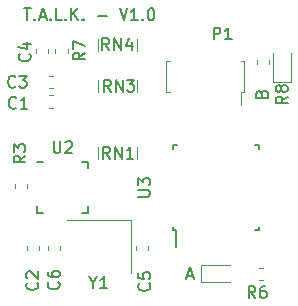
<source format=gto>
G04 #@! TF.GenerationSoftware,KiCad,Pcbnew,(5.1.2)-1*
G04 #@! TF.CreationDate,2019-11-08T13:50:46+05:30*
G04 #@! TF.ProjectId,TALK,54414c4b-2e6b-4696-9361-645f70636258,rev?*
G04 #@! TF.SameCoordinates,Original*
G04 #@! TF.FileFunction,Legend,Top*
G04 #@! TF.FilePolarity,Positive*
%FSLAX46Y46*%
G04 Gerber Fmt 4.6, Leading zero omitted, Abs format (unit mm)*
G04 Created by KiCad (PCBNEW (5.1.2)-1) date 2019-11-08 13:50:46*
%MOMM*%
%LPD*%
G04 APERTURE LIST*
%ADD10C,0.150000*%
%ADD11C,0.120000*%
G04 APERTURE END LIST*
D10*
X140802571Y-84323380D02*
X141374000Y-84323380D01*
X141088285Y-85323380D02*
X141088285Y-84323380D01*
X141707333Y-85228142D02*
X141754952Y-85275761D01*
X141707333Y-85323380D01*
X141659714Y-85275761D01*
X141707333Y-85228142D01*
X141707333Y-85323380D01*
X142135904Y-85037666D02*
X142612095Y-85037666D01*
X142040666Y-85323380D02*
X142374000Y-84323380D01*
X142707333Y-85323380D01*
X143040666Y-85228142D02*
X143088285Y-85275761D01*
X143040666Y-85323380D01*
X142993047Y-85275761D01*
X143040666Y-85228142D01*
X143040666Y-85323380D01*
X143993047Y-85323380D02*
X143516857Y-85323380D01*
X143516857Y-84323380D01*
X144326380Y-85228142D02*
X144374000Y-85275761D01*
X144326380Y-85323380D01*
X144278761Y-85275761D01*
X144326380Y-85228142D01*
X144326380Y-85323380D01*
X144802571Y-85323380D02*
X144802571Y-84323380D01*
X145374000Y-85323380D02*
X144945428Y-84751952D01*
X145374000Y-84323380D02*
X144802571Y-84894809D01*
X145802571Y-85228142D02*
X145850190Y-85275761D01*
X145802571Y-85323380D01*
X145754952Y-85275761D01*
X145802571Y-85228142D01*
X145802571Y-85323380D01*
X147040666Y-84942428D02*
X147802571Y-84942428D01*
X148897809Y-84323380D02*
X149231142Y-85323380D01*
X149564476Y-84323380D01*
X150421619Y-85323380D02*
X149850190Y-85323380D01*
X150135904Y-85323380D02*
X150135904Y-84323380D01*
X150040666Y-84466238D01*
X149945428Y-84561476D01*
X149850190Y-84609095D01*
X150850190Y-85228142D02*
X150897809Y-85275761D01*
X150850190Y-85323380D01*
X150802571Y-85275761D01*
X150850190Y-85228142D01*
X150850190Y-85323380D01*
X151516857Y-84323380D02*
X151612095Y-84323380D01*
X151707333Y-84371000D01*
X151754952Y-84418619D01*
X151802571Y-84513857D01*
X151850190Y-84704333D01*
X151850190Y-84942428D01*
X151802571Y-85132904D01*
X151754952Y-85228142D01*
X151707333Y-85275761D01*
X151612095Y-85323380D01*
X151516857Y-85323380D01*
X151421619Y-85275761D01*
X151374000Y-85228142D01*
X151326380Y-85132904D01*
X151278761Y-84942428D01*
X151278761Y-84704333D01*
X151326380Y-84513857D01*
X151374000Y-84418619D01*
X151421619Y-84371000D01*
X151516857Y-84323380D01*
X146214000Y-97319000D02*
X145689000Y-97319000D01*
X146214000Y-101619000D02*
X145689000Y-101619000D01*
X141914000Y-101619000D02*
X142439000Y-101619000D01*
X141914000Y-97319000D02*
X142439000Y-97319000D01*
X146214000Y-101619000D02*
X146214000Y-101094000D01*
X141914000Y-101619000D02*
X141914000Y-101094000D01*
X146214000Y-97319000D02*
X146214000Y-97844000D01*
D11*
X149833000Y-102260000D02*
X144433000Y-102260000D01*
X149833000Y-106760000D02*
X149833000Y-102260000D01*
D10*
X153652000Y-103114000D02*
X153652000Y-104539000D01*
X153427000Y-95864000D02*
X153427000Y-96189000D01*
X160677000Y-95864000D02*
X160677000Y-96189000D01*
X160677000Y-103114000D02*
X160677000Y-102789000D01*
X153427000Y-103114000D02*
X153427000Y-102789000D01*
X160677000Y-103114000D02*
X160352000Y-103114000D01*
X160677000Y-95864000D02*
X160352000Y-95864000D01*
X153427000Y-95864000D02*
X153752000Y-95864000D01*
X153427000Y-103114000D02*
X153652000Y-103114000D01*
D11*
X150405000Y-87889000D02*
X150405000Y-86889000D01*
X147045000Y-87889000D02*
X147045000Y-86889000D01*
X147045000Y-90394000D02*
X147045000Y-91394000D01*
X150405000Y-90394000D02*
X150405000Y-91394000D01*
X147045000Y-96069000D02*
X147045000Y-97069000D01*
X150405000Y-96069000D02*
X150405000Y-97069000D01*
X160539000Y-88720733D02*
X160539000Y-89063267D01*
X161559000Y-88720733D02*
X161559000Y-89063267D01*
X141847000Y-87796733D02*
X141847000Y-88139267D01*
X142867000Y-87796733D02*
X142867000Y-88139267D01*
X160723733Y-107291000D02*
X161066267Y-107291000D01*
X160723733Y-106271000D02*
X161066267Y-106271000D01*
X139999000Y-99210733D02*
X139999000Y-99553267D01*
X141019000Y-99210733D02*
X141019000Y-99553267D01*
X159160000Y-91400000D02*
X159160000Y-92480000D01*
X153140000Y-88780000D02*
X152840000Y-88780000D01*
X159460000Y-88780000D02*
X159160000Y-88780000D01*
X152840000Y-88780000D02*
X152840000Y-91400000D01*
X153140000Y-91400000D02*
X152840000Y-91400000D01*
X159460000Y-91400000D02*
X159160000Y-91400000D01*
X159460000Y-88780000D02*
X159460000Y-91400000D01*
X163379000Y-90560000D02*
X163379000Y-88100000D01*
X161909000Y-90560000D02*
X163379000Y-90560000D01*
X161909000Y-88100000D02*
X161909000Y-90560000D01*
X155763000Y-107492000D02*
X158223000Y-107492000D01*
X155763000Y-106022000D02*
X155763000Y-107492000D01*
X158223000Y-106022000D02*
X155763000Y-106022000D01*
X142814000Y-104423733D02*
X142814000Y-104766267D01*
X143834000Y-104423733D02*
X143834000Y-104766267D01*
X151333000Y-104765267D02*
X151333000Y-104422733D01*
X150313000Y-104765267D02*
X150313000Y-104422733D01*
X144488000Y-88139267D02*
X144488000Y-87796733D01*
X143468000Y-88139267D02*
X143468000Y-87796733D01*
X143229267Y-90037000D02*
X142886733Y-90037000D01*
X143229267Y-91057000D02*
X142886733Y-91057000D01*
X142041000Y-104768267D02*
X142041000Y-104425733D01*
X141021000Y-104768267D02*
X141021000Y-104425733D01*
X143229267Y-91696000D02*
X142886733Y-91696000D01*
X143229267Y-92716000D02*
X142886733Y-92716000D01*
D10*
X143302095Y-95546380D02*
X143302095Y-96355904D01*
X143349714Y-96451142D01*
X143397333Y-96498761D01*
X143492571Y-96546380D01*
X143683047Y-96546380D01*
X143778285Y-96498761D01*
X143825904Y-96451142D01*
X143873523Y-96355904D01*
X143873523Y-95546380D01*
X144302095Y-95641619D02*
X144349714Y-95594000D01*
X144444952Y-95546380D01*
X144683047Y-95546380D01*
X144778285Y-95594000D01*
X144825904Y-95641619D01*
X144873523Y-95736857D01*
X144873523Y-95832095D01*
X144825904Y-95974952D01*
X144254476Y-96546380D01*
X144873523Y-96546380D01*
X146656809Y-107536190D02*
X146656809Y-108012380D01*
X146323476Y-107012380D02*
X146656809Y-107536190D01*
X146990142Y-107012380D01*
X147847285Y-108012380D02*
X147275857Y-108012380D01*
X147561571Y-108012380D02*
X147561571Y-107012380D01*
X147466333Y-107155238D01*
X147371095Y-107250476D01*
X147275857Y-107298095D01*
X150454380Y-100250904D02*
X151263904Y-100250904D01*
X151359142Y-100203285D01*
X151406761Y-100155666D01*
X151454380Y-100060428D01*
X151454380Y-99869952D01*
X151406761Y-99774714D01*
X151359142Y-99727095D01*
X151263904Y-99679476D01*
X150454380Y-99679476D01*
X150454380Y-99298523D02*
X150454380Y-98679476D01*
X150835333Y-99012809D01*
X150835333Y-98869952D01*
X150882952Y-98774714D01*
X150930571Y-98727095D01*
X151025809Y-98679476D01*
X151263904Y-98679476D01*
X151359142Y-98727095D01*
X151406761Y-98774714D01*
X151454380Y-98869952D01*
X151454380Y-99155666D01*
X151406761Y-99250904D01*
X151359142Y-99298523D01*
X148013523Y-87839380D02*
X147680190Y-87363190D01*
X147442095Y-87839380D02*
X147442095Y-86839380D01*
X147823047Y-86839380D01*
X147918285Y-86887000D01*
X147965904Y-86934619D01*
X148013523Y-87029857D01*
X148013523Y-87172714D01*
X147965904Y-87267952D01*
X147918285Y-87315571D01*
X147823047Y-87363190D01*
X147442095Y-87363190D01*
X148442095Y-87839380D02*
X148442095Y-86839380D01*
X149013523Y-87839380D01*
X149013523Y-86839380D01*
X149918285Y-87172714D02*
X149918285Y-87839380D01*
X149680190Y-86791761D02*
X149442095Y-87506047D01*
X150061142Y-87506047D01*
X148147523Y-91361380D02*
X147814190Y-90885190D01*
X147576095Y-91361380D02*
X147576095Y-90361380D01*
X147957047Y-90361380D01*
X148052285Y-90409000D01*
X148099904Y-90456619D01*
X148147523Y-90551857D01*
X148147523Y-90694714D01*
X148099904Y-90789952D01*
X148052285Y-90837571D01*
X147957047Y-90885190D01*
X147576095Y-90885190D01*
X148576095Y-91361380D02*
X148576095Y-90361380D01*
X149147523Y-91361380D01*
X149147523Y-90361380D01*
X149528476Y-90361380D02*
X150147523Y-90361380D01*
X149814190Y-90742333D01*
X149957047Y-90742333D01*
X150052285Y-90789952D01*
X150099904Y-90837571D01*
X150147523Y-90932809D01*
X150147523Y-91170904D01*
X150099904Y-91266142D01*
X150052285Y-91313761D01*
X149957047Y-91361380D01*
X149671333Y-91361380D01*
X149576095Y-91313761D01*
X149528476Y-91266142D01*
X148067523Y-97041380D02*
X147734190Y-96565190D01*
X147496095Y-97041380D02*
X147496095Y-96041380D01*
X147877047Y-96041380D01*
X147972285Y-96089000D01*
X148019904Y-96136619D01*
X148067523Y-96231857D01*
X148067523Y-96374714D01*
X148019904Y-96469952D01*
X147972285Y-96517571D01*
X147877047Y-96565190D01*
X147496095Y-96565190D01*
X148496095Y-97041380D02*
X148496095Y-96041380D01*
X149067523Y-97041380D01*
X149067523Y-96041380D01*
X150067523Y-97041380D02*
X149496095Y-97041380D01*
X149781809Y-97041380D02*
X149781809Y-96041380D01*
X149686571Y-96184238D01*
X149591333Y-96279476D01*
X149496095Y-96327095D01*
X163131380Y-91784666D02*
X162655190Y-92118000D01*
X163131380Y-92356095D02*
X162131380Y-92356095D01*
X162131380Y-91975142D01*
X162179000Y-91879904D01*
X162226619Y-91832285D01*
X162321857Y-91784666D01*
X162464714Y-91784666D01*
X162559952Y-91832285D01*
X162607571Y-91879904D01*
X162655190Y-91975142D01*
X162655190Y-92356095D01*
X162559952Y-91213238D02*
X162512333Y-91308476D01*
X162464714Y-91356095D01*
X162369476Y-91403714D01*
X162321857Y-91403714D01*
X162226619Y-91356095D01*
X162179000Y-91308476D01*
X162131380Y-91213238D01*
X162131380Y-91022761D01*
X162179000Y-90927523D01*
X162226619Y-90879904D01*
X162321857Y-90832285D01*
X162369476Y-90832285D01*
X162464714Y-90879904D01*
X162512333Y-90927523D01*
X162559952Y-91022761D01*
X162559952Y-91213238D01*
X162607571Y-91308476D01*
X162655190Y-91356095D01*
X162750428Y-91403714D01*
X162940904Y-91403714D01*
X163036142Y-91356095D01*
X163083761Y-91308476D01*
X163131380Y-91213238D01*
X163131380Y-91022761D01*
X163083761Y-90927523D01*
X163036142Y-90879904D01*
X162940904Y-90832285D01*
X162750428Y-90832285D01*
X162655190Y-90879904D01*
X162607571Y-90927523D01*
X162559952Y-91022761D01*
X145968380Y-88065666D02*
X145492190Y-88399000D01*
X145968380Y-88637095D02*
X144968380Y-88637095D01*
X144968380Y-88256142D01*
X145016000Y-88160904D01*
X145063619Y-88113285D01*
X145158857Y-88065666D01*
X145301714Y-88065666D01*
X145396952Y-88113285D01*
X145444571Y-88160904D01*
X145492190Y-88256142D01*
X145492190Y-88637095D01*
X144968380Y-87732333D02*
X144968380Y-87065666D01*
X145968380Y-87494238D01*
X160386333Y-108827380D02*
X160053000Y-108351190D01*
X159814904Y-108827380D02*
X159814904Y-107827380D01*
X160195857Y-107827380D01*
X160291095Y-107875000D01*
X160338714Y-107922619D01*
X160386333Y-108017857D01*
X160386333Y-108160714D01*
X160338714Y-108255952D01*
X160291095Y-108303571D01*
X160195857Y-108351190D01*
X159814904Y-108351190D01*
X161243476Y-107827380D02*
X161053000Y-107827380D01*
X160957761Y-107875000D01*
X160910142Y-107922619D01*
X160814904Y-108065476D01*
X160767285Y-108255952D01*
X160767285Y-108636904D01*
X160814904Y-108732142D01*
X160862523Y-108779761D01*
X160957761Y-108827380D01*
X161148238Y-108827380D01*
X161243476Y-108779761D01*
X161291095Y-108732142D01*
X161338714Y-108636904D01*
X161338714Y-108398809D01*
X161291095Y-108303571D01*
X161243476Y-108255952D01*
X161148238Y-108208333D01*
X160957761Y-108208333D01*
X160862523Y-108255952D01*
X160814904Y-108303571D01*
X160767285Y-108398809D01*
X140928380Y-96793666D02*
X140452190Y-97127000D01*
X140928380Y-97365095D02*
X139928380Y-97365095D01*
X139928380Y-96984142D01*
X139976000Y-96888904D01*
X140023619Y-96841285D01*
X140118857Y-96793666D01*
X140261714Y-96793666D01*
X140356952Y-96841285D01*
X140404571Y-96888904D01*
X140452190Y-96984142D01*
X140452190Y-97365095D01*
X139928380Y-96460333D02*
X139928380Y-95841285D01*
X140309333Y-96174619D01*
X140309333Y-96031761D01*
X140356952Y-95936523D01*
X140404571Y-95888904D01*
X140499809Y-95841285D01*
X140737904Y-95841285D01*
X140833142Y-95888904D01*
X140880761Y-95936523D01*
X140928380Y-96031761D01*
X140928380Y-96317476D01*
X140880761Y-96412714D01*
X140833142Y-96460333D01*
X156860904Y-86943380D02*
X156860904Y-85943380D01*
X157241857Y-85943380D01*
X157337095Y-85991000D01*
X157384714Y-86038619D01*
X157432333Y-86133857D01*
X157432333Y-86276714D01*
X157384714Y-86371952D01*
X157337095Y-86419571D01*
X157241857Y-86467190D01*
X156860904Y-86467190D01*
X158384714Y-86943380D02*
X157813285Y-86943380D01*
X158099000Y-86943380D02*
X158099000Y-85943380D01*
X158003761Y-86086238D01*
X157908523Y-86181476D01*
X157813285Y-86229095D01*
X160916571Y-91546571D02*
X160964190Y-91403714D01*
X161011809Y-91356095D01*
X161107047Y-91308476D01*
X161249904Y-91308476D01*
X161345142Y-91356095D01*
X161392761Y-91403714D01*
X161440380Y-91498952D01*
X161440380Y-91879904D01*
X160440380Y-91879904D01*
X160440380Y-91546571D01*
X160488000Y-91451333D01*
X160535619Y-91403714D01*
X160630857Y-91356095D01*
X160726095Y-91356095D01*
X160821333Y-91403714D01*
X160868952Y-91451333D01*
X160916571Y-91546571D01*
X160916571Y-91879904D01*
X154605904Y-106945666D02*
X155082095Y-106945666D01*
X154510666Y-107231380D02*
X154844000Y-106231380D01*
X155177333Y-107231380D01*
X143717142Y-107484666D02*
X143764761Y-107532285D01*
X143812380Y-107675142D01*
X143812380Y-107770380D01*
X143764761Y-107913238D01*
X143669523Y-108008476D01*
X143574285Y-108056095D01*
X143383809Y-108103714D01*
X143240952Y-108103714D01*
X143050476Y-108056095D01*
X142955238Y-108008476D01*
X142860000Y-107913238D01*
X142812380Y-107770380D01*
X142812380Y-107675142D01*
X142860000Y-107532285D01*
X142907619Y-107484666D01*
X142812380Y-106627523D02*
X142812380Y-106818000D01*
X142860000Y-106913238D01*
X142907619Y-106960857D01*
X143050476Y-107056095D01*
X143240952Y-107103714D01*
X143621904Y-107103714D01*
X143717142Y-107056095D01*
X143764761Y-107008476D01*
X143812380Y-106913238D01*
X143812380Y-106722761D01*
X143764761Y-106627523D01*
X143717142Y-106579904D01*
X143621904Y-106532285D01*
X143383809Y-106532285D01*
X143288571Y-106579904D01*
X143240952Y-106627523D01*
X143193333Y-106722761D01*
X143193333Y-106913238D01*
X143240952Y-107008476D01*
X143288571Y-107056095D01*
X143383809Y-107103714D01*
X151389142Y-107609666D02*
X151436761Y-107657285D01*
X151484380Y-107800142D01*
X151484380Y-107895380D01*
X151436761Y-108038238D01*
X151341523Y-108133476D01*
X151246285Y-108181095D01*
X151055809Y-108228714D01*
X150912952Y-108228714D01*
X150722476Y-108181095D01*
X150627238Y-108133476D01*
X150532000Y-108038238D01*
X150484380Y-107895380D01*
X150484380Y-107800142D01*
X150532000Y-107657285D01*
X150579619Y-107609666D01*
X150484380Y-106704904D02*
X150484380Y-107181095D01*
X150960571Y-107228714D01*
X150912952Y-107181095D01*
X150865333Y-107085857D01*
X150865333Y-106847761D01*
X150912952Y-106752523D01*
X150960571Y-106704904D01*
X151055809Y-106657285D01*
X151293904Y-106657285D01*
X151389142Y-106704904D01*
X151436761Y-106752523D01*
X151484380Y-106847761D01*
X151484380Y-107085857D01*
X151436761Y-107181095D01*
X151389142Y-107228714D01*
X141265142Y-88177666D02*
X141312761Y-88225285D01*
X141360380Y-88368142D01*
X141360380Y-88463380D01*
X141312761Y-88606238D01*
X141217523Y-88701476D01*
X141122285Y-88749095D01*
X140931809Y-88796714D01*
X140788952Y-88796714D01*
X140598476Y-88749095D01*
X140503238Y-88701476D01*
X140408000Y-88606238D01*
X140360380Y-88463380D01*
X140360380Y-88368142D01*
X140408000Y-88225285D01*
X140455619Y-88177666D01*
X140693714Y-87320523D02*
X141360380Y-87320523D01*
X140312761Y-87558619D02*
X141027047Y-87796714D01*
X141027047Y-87177666D01*
X140066333Y-90933142D02*
X140018714Y-90980761D01*
X139875857Y-91028380D01*
X139780619Y-91028380D01*
X139637761Y-90980761D01*
X139542523Y-90885523D01*
X139494904Y-90790285D01*
X139447285Y-90599809D01*
X139447285Y-90456952D01*
X139494904Y-90266476D01*
X139542523Y-90171238D01*
X139637761Y-90076000D01*
X139780619Y-90028380D01*
X139875857Y-90028380D01*
X140018714Y-90076000D01*
X140066333Y-90123619D01*
X140399666Y-90028380D02*
X141018714Y-90028380D01*
X140685380Y-90409333D01*
X140828238Y-90409333D01*
X140923476Y-90456952D01*
X140971095Y-90504571D01*
X141018714Y-90599809D01*
X141018714Y-90837904D01*
X140971095Y-90933142D01*
X140923476Y-90980761D01*
X140828238Y-91028380D01*
X140542523Y-91028380D01*
X140447285Y-90980761D01*
X140399666Y-90933142D01*
X141900142Y-107546666D02*
X141947761Y-107594285D01*
X141995380Y-107737142D01*
X141995380Y-107832380D01*
X141947761Y-107975238D01*
X141852523Y-108070476D01*
X141757285Y-108118095D01*
X141566809Y-108165714D01*
X141423952Y-108165714D01*
X141233476Y-108118095D01*
X141138238Y-108070476D01*
X141043000Y-107975238D01*
X140995380Y-107832380D01*
X140995380Y-107737142D01*
X141043000Y-107594285D01*
X141090619Y-107546666D01*
X141090619Y-107165714D02*
X141043000Y-107118095D01*
X140995380Y-107022857D01*
X140995380Y-106784761D01*
X141043000Y-106689523D01*
X141090619Y-106641904D01*
X141185857Y-106594285D01*
X141281095Y-106594285D01*
X141423952Y-106641904D01*
X141995380Y-107213333D01*
X141995380Y-106594285D01*
X140133333Y-92716142D02*
X140085714Y-92763761D01*
X139942857Y-92811380D01*
X139847619Y-92811380D01*
X139704761Y-92763761D01*
X139609523Y-92668523D01*
X139561904Y-92573285D01*
X139514285Y-92382809D01*
X139514285Y-92239952D01*
X139561904Y-92049476D01*
X139609523Y-91954238D01*
X139704761Y-91859000D01*
X139847619Y-91811380D01*
X139942857Y-91811380D01*
X140085714Y-91859000D01*
X140133333Y-91906619D01*
X141085714Y-92811380D02*
X140514285Y-92811380D01*
X140800000Y-92811380D02*
X140800000Y-91811380D01*
X140704761Y-91954238D01*
X140609523Y-92049476D01*
X140514285Y-92097095D01*
M02*

</source>
